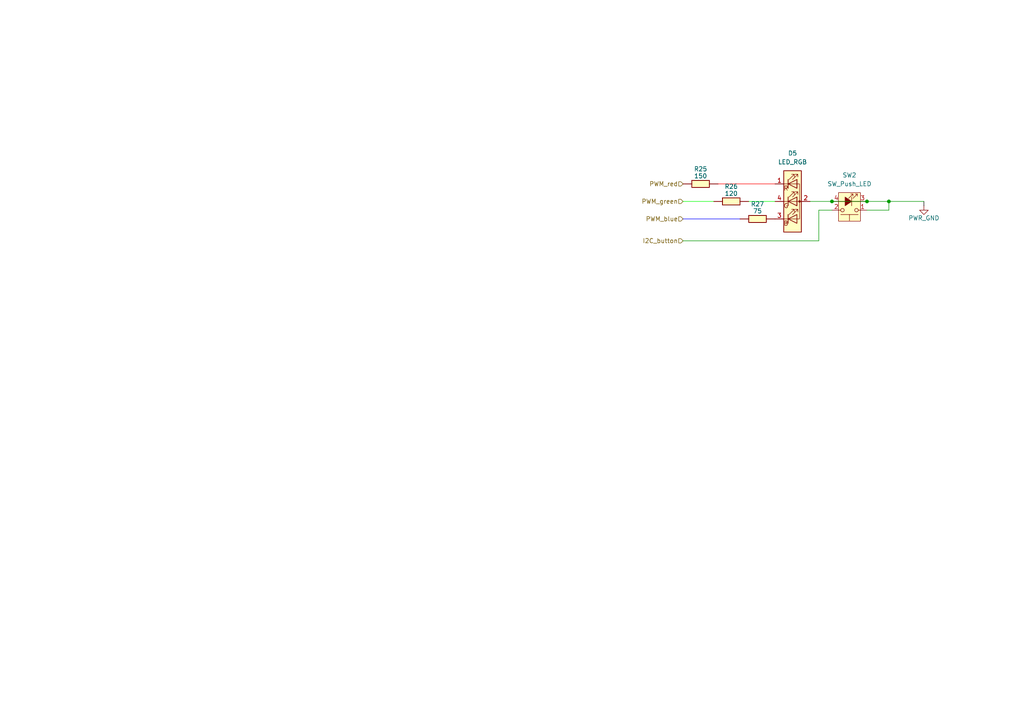
<source format=kicad_sch>
(kicad_sch (version 20231120) (generator "eeschema") (generator_version "8.0")
  (paper "A4")
  (title_block (title "Userinteractions_puzzRobs_V2"))
  (lib_symbols
    (symbol "Fab:LED_RGB_CreeLED_PLCC4" (pin_names (offset 0) hide)
      (property "Reference" "D" (at 0 10.16 0))
      (property "Value" "LED_RGB_CreeLED_PLCC4" (at 0 -10.16 0))
      (symbol "LED_RGB_CreeLED_PLCC4_0_0"
        (text "B" (at -1.905 -6.35 0) (effects (font (size 1.27 1.27))))
        (text "G" (at -1.905 -1.27 0) (effects (font (size 1.27 1.27))))
        (text "R" (at -1.905 3.81 0) (effects (font (size 1.27 1.27))))
      )
      (symbol "LED_RGB_CreeLED_PLCC4_0_1"
        (rectangle (start -2.54 8.89) (end 2.54 -8.89) (stroke (width 0.254)) (fill (type background)))
        (polyline (pts (xy -1.27 -5.08) (xy -2.54 -5.08)))
        (polyline (pts (xy -1.27 -5.08) (xy 1.27 -5.08)))
        (polyline (pts (xy -1.27 -3.81) (xy -1.27 -6.35)))
        (polyline (pts (xy -1.27 -3.81) (xy -1.27 -6.35)) (stroke (width 0.2032)))
        (polyline (pts (xy -1.27 0) (xy -2.54 0)))
        (polyline (pts (xy -1.27 0) (xy 1.27 0)))
        (polyline (pts (xy -1.27 1.27) (xy -1.27 -1.27)) (stroke (width 0.2032)))
        (polyline (pts (xy -1.27 5.08) (xy -2.54 5.08)))
        (polyline (pts (xy -1.27 6.35) (xy -1.27 3.81)) (stroke (width 0.2032)))
        (polyline (pts (xy 1.27 0) (xy 2.54 0)))
        (polyline (pts (xy 1.27 5.08) (xy -1.27 5.08)))
        (polyline (pts (xy -1.27 1.27) (xy -1.27 -1.27) (xy -1.27 -1.27)))
        (polyline (pts (xy -1.27 6.35) (xy -1.27 3.81) (xy -1.27 3.81)))
        (polyline (pts (xy 1.27 -5.08) (xy 2.032 -5.08) (xy 2.032 5.08) (xy 1.27 5.08)))
        (polyline (pts (xy 1.27 -3.81) (xy 1.27 -6.35) (xy -1.27 -5.08) (xy 1.27 -3.81)) (stroke (width 0.2032)))
        (polyline (pts (xy 1.27 1.27) (xy 1.27 -1.27) (xy -1.27 0) (xy 1.27 1.27)) (stroke (width 0.2032)))
        (polyline (pts (xy 1.27 6.35) (xy 1.27 3.81) (xy -1.27 5.08) (xy 1.27 6.35)) (stroke (width 0.2032)))
        (polyline (pts (xy -1.016 -3.81) (xy 0.508 -2.286) (xy -0.254 -2.286) (xy 0.508 -2.286) (xy 0.508 -3.048)))
        (polyline (pts (xy -1.016 1.27) (xy 0.508 2.794) (xy -0.254 2.794) (xy 0.508 2.794) (xy 0.508 2.032)))
        (polyline (pts (xy -1.016 6.35) (xy 0.508 7.874) (xy -0.254 7.874) (xy 0.508 7.874) (xy 0.508 7.112)))
        (polyline (pts (xy 0 -3.81) (xy 1.524 -2.286) (xy 0.762 -2.286) (xy 1.524 -2.286) (xy 1.524 -3.048)))
        (polyline (pts (xy 0 1.27) (xy 1.524 2.794) (xy 0.762 2.794) (xy 1.524 2.794) (xy 1.524 2.032)))
        (polyline (pts (xy 0 6.35) (xy 1.524 7.874) (xy 0.762 7.874) (xy 1.524 7.874) (xy 1.524 7.112)))
        (rectangle (start 1.27 -1.27) (end 1.27 1.27))
        (rectangle (start 1.27 1.27) (end 1.27 1.27))
        (rectangle (start 1.27 3.81) (end 1.27 6.35))
        (rectangle (start 1.27 6.35) (end 1.27 6.35))
        (circle (center 2.032 0) (radius 0.254) (fill (type outline)))
      )
      (symbol "LED_RGB_CreeLED_PLCC4_1_1"
        (pin passive line (at -5.08 5.08 0) (length 2.54) (name "RK") (number "1"))
        (pin passive line (at 5.08 0 180) (length 2.54) (name "A") (number "2"))
        (pin passive line (at -5.08 -5.08 0) (length 2.54) (name "BK") (number "3"))
        (pin passive line (at -5.08 0 0) (length 2.54) (name "GK") (number "4"))
      )
    )
    (symbol "Fab:PWR_GND" (power) (pin_names (offset 0))
      (property "Value" "PWR_GND" (at 0 -3.81 0))
      (symbol "PWR_GND_0_1"
        (polyline (pts (xy 0 0) (xy 0 -1.27) (xy 1.27 -1.27) (xy 0 -2.54) (xy -1.27 -1.27) (xy 0 -1.27)))
      )
      (symbol "PWR_GND_1_1"
        (pin power_in line (at 0 0 270) (length 0) hide (name "PWR_GND") (number "1"))
      )
    )
    (symbol "Fab:R_1206" (pin_numbers hide) (pin_names (offset 0))
      (property "Reference" "R" (at 2.54 0 90))
      (property "Value" "R_1206" (at -2.54 0 90))
      (symbol "R_1206_0_1"
        (rectangle (start -1.016 -2.54) (end 1.016 2.54) (stroke (width 0.254)) (fill (type background)))
      )
      (symbol "R_1206_1_1"
        (pin passive line (at 0 5.08 270) (length 2.54) (name "~") (number "1"))
        (pin passive line (at 0 -5.08 90) (length 2.54) (name "~") (number "2"))
      )
    )
    (symbol "Switch:SW_Push_LED" (pin_names (offset 1.016) hide)
      (property "Reference" "SW" (at 0 7.62 0))
      (property "Value" "SW_Push_LED" (at 0 -3.81 0))
      (symbol "SW_Push_LED_0_0"
        (polyline (pts (xy -2.54 0) (xy 2.54 0)))
        (polyline (pts (xy -2.286 -2.159) (xy -1.016 -0.889)))
        (polyline (pts (xy -1.016 -2.159) (xy 0.254 -0.889)))
        (polyline (pts (xy -0.635 1.27) (xy -0.635 -1.27)))
        (polyline (pts (xy -2.286 -1.524) (xy -2.286 -2.159) (xy -1.651 -2.159)))
        (polyline (pts (xy -1.016 -1.524) (xy -1.016 -2.159) (xy -0.381 -2.159)))
        (polyline (pts (xy -0.635 0) (xy 1.27 1.27) (xy 1.27 -1.27) (xy -0.635 0)) (fill (type outline)))
      )
      (symbol "SW_Push_LED_0_1"
        (circle (center -2.032 2.54) (radius 0.508))
        (polyline (pts (xy 0 3.81) (xy 0 5.588)))
        (polyline (pts (xy 2.54 3.81) (xy -2.54 3.81)))
        (circle (center 2.032 2.54) (radius 0.508))
        (pin passive line (at -5.08 2.54 0) (length 2.54) (name "1") (number "1"))
        (pin passive line (at 5.08 2.54 180) (length 2.54) (name "2") (number "2"))
        (pin passive line (at -5.08 0 0) (length 2.54) (name "K") (number "3"))
        (pin passive line (at 5.08 0 180) (length 2.54) (name "A") (number "4"))
      )
      (symbol "SW_Push_LED_1_1"
        (rectangle (start -3.175 5.715) (end 3.175 -2.54) (fill (type background)))
      )
    )
  )
  (junction (at 241.3 58.42))
  (junction (at 257.81 58.42))
  (junction (at 251.46 58.42))
  (wire (pts (xy 251.46 58.42) (xy 257.81 58.42)))
  (wire (pts (xy 267.97 58.42) (xy 257.81 58.42)))
  (wire (pts (xy 237.49 69.85) (xy 237.49 60.96)))
  (wire (pts (xy 198.12 58.42) (xy 207.01 58.42)) (stroke (width 0) (color 0 255 0 1)))
  (wire (pts (xy 257.81 60.96) (xy 257.81 58.42)))
  (wire (pts (xy 198.12 69.85) (xy 237.49 69.85)))
  (wire (pts (xy 237.49 60.96) (xy 241.3 60.96)))
  (wire (pts (xy 217.17 58.42) (xy 224.79 58.42)) (stroke (width 0) (color 0 255 0 1)))
  (wire (pts (xy 251.46 60.96) (xy 257.81 60.96)))
  (wire (pts (xy 241.3 58.42) (xy 251.46 58.42)))
  (wire (pts (xy 198.12 63.5) (xy 214.63 63.5)) (stroke (width 0) (color 0 0 255 1)))
  (wire (pts (xy 267.97 58.42) (xy 267.97 59.69)) (stroke (width 0) (color 0 0 0 1)))
  (wire (pts (xy 208.28 53.34) (xy 224.79 53.34)) (stroke (width 0) (color 255 0 0 1)))
  (wire (pts (xy 234.95 58.42) (xy 241.3 58.42)))
  (hierarchical_label "PWM_red" (shape input) (at 198.12 53.34 180))
  (hierarchical_label "I2C_button" (shape input) (at 198.12 69.85 180))
  (hierarchical_label "PWM_blue" (shape input) (at 198.12 63.5 180))
  (hierarchical_label "PWM_green" (shape input) (at 198.12 58.42 180))
  (symbol (lib_id "Switch:SW_Push_LED") (at 246.38 58.42 180) (unit 1)
    (property "Reference" "SW2" (at 246.38 50.8 0))
    (property "Value" "SW_Push_LED" (at 246.38 53.34 0))
    (property "Description" "Push button switch with LED, generic" (effects (hide yes)))
  )
  (symbol (lib_id "Fab:R_1206") (at 203.2 53.34 90) (unit 1)
    (property "Reference" "R25" (at 203.2 49.022 90))
    (property "Value" "150" (at 203.2 51.054 90))
    (property "Footprint" "fab:R_1206" (effects (hide yes)))
    (property "Description" "Resistor" (effects (hide yes)))
  )
  (symbol (lib_id "Fab:R_1206") (at 212.09 58.42 90) (unit 1)
    (property "Reference" "R26" (at 212.09 54.102 90))
    (property "Value" "120" (at 212.09 56.134 90))
    (property "Footprint" "fab:R_1206" (effects (hide yes)))
    (property "Description" "Resistor" (effects (hide yes)))
  )
  (symbol (lib_id "Fab:LED_RGB_CreeLED_PLCC4") (at 229.87 58.42 0) (unit 1)
    (property "Reference" "D5" (at 229.87 44.45 0))
    (property "Value" "LED_RGB" (at 229.87 46.99 0))
    (property "Footprint" "Connector_PinHeader_1.00mm:PinHeader_1x04_P1.00mm_Vertical" (effects (hide yes)))
    (property "Datasheet" "https://assets.cree-led.com/a/ds/h/HB-CLV1A-FKB.pdf" (effects (hide yes)))
    (property "Description" "LED RGB 4PLCC SMD" (effects (hide yes)))
  )
  (symbol (lib_id "Fab:R_1206") (at 219.71 63.5 90) (unit 1)
    (property "Reference" "R27" (at 219.71 59.182 90))
    (property "Value" "75" (at 219.71 61.214 90))
    (property "Footprint" "fab:R_1206" (effects (hide yes)))
    (property "Description" "Resistor" (effects (hide yes)))
  )
  (symbol (lib_id "Fab:PWR_GND") (at 267.97 59.69 0) (unit 1)
    (property "Reference" "#PWR0101" (effects (hide yes)))
    (property "Value" "PWR_GND" (at 267.97 63.246 0))
    (property "Description" "Power symbol creates a global label with name \"GND\" , ground" (effects (hide yes)))
  )
)
</source>
